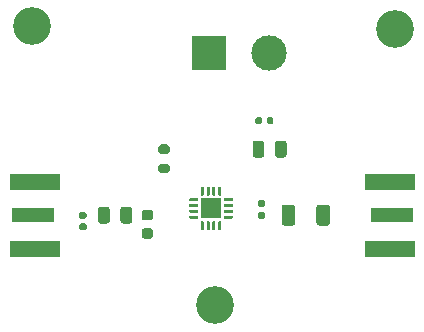
<source format=gts>
%TF.GenerationSoftware,KiCad,Pcbnew,(5.1.9)-1*%
%TF.CreationDate,2021-06-07T18:16:05+02:00*%
%TF.ProjectId,AmplificadorV1,416d706c-6966-4696-9361-646f7256312e,rev?*%
%TF.SameCoordinates,Original*%
%TF.FileFunction,Soldermask,Top*%
%TF.FilePolarity,Negative*%
%FSLAX46Y46*%
G04 Gerber Fmt 4.6, Leading zero omitted, Abs format (unit mm)*
G04 Created by KiCad (PCBNEW (5.1.9)-1) date 2021-06-07 18:16:05*
%MOMM*%
%LPD*%
G01*
G04 APERTURE LIST*
%ADD10R,3.600000X1.270000*%
%ADD11R,4.200000X1.350000*%
%ADD12C,3.200000*%
%ADD13R,1.750000X1.750000*%
%ADD14C,3.000000*%
%ADD15R,3.000000X3.000000*%
G04 APERTURE END LIST*
D10*
%TO.C,J3*%
X175006000Y-101600000D03*
D11*
X174806000Y-98775000D03*
X174806000Y-104425000D03*
%TD*%
D10*
%TO.C,J1*%
X144580000Y-101600000D03*
D11*
X144780000Y-104425000D03*
X144780000Y-98775000D03*
%TD*%
D12*
%TO.C, *%
X160020000Y-109220000D03*
%TD*%
%TO.C, *%
X144526000Y-85598000D03*
%TD*%
%TO.C, *%
X175260000Y-85852000D03*
%TD*%
D13*
%TO.C,U1*%
X159690000Y-101030500D03*
G36*
G01*
X158815000Y-99893000D02*
X158815000Y-99243000D01*
G75*
G02*
X158877500Y-99180500I62500J0D01*
G01*
X159002500Y-99180500D01*
G75*
G02*
X159065000Y-99243000I0J-62500D01*
G01*
X159065000Y-99893000D01*
G75*
G02*
X159002500Y-99955500I-62500J0D01*
G01*
X158877500Y-99955500D01*
G75*
G02*
X158815000Y-99893000I0J62500D01*
G01*
G37*
G36*
G01*
X159315000Y-99893000D02*
X159315000Y-99243000D01*
G75*
G02*
X159377500Y-99180500I62500J0D01*
G01*
X159502500Y-99180500D01*
G75*
G02*
X159565000Y-99243000I0J-62500D01*
G01*
X159565000Y-99893000D01*
G75*
G02*
X159502500Y-99955500I-62500J0D01*
G01*
X159377500Y-99955500D01*
G75*
G02*
X159315000Y-99893000I0J62500D01*
G01*
G37*
G36*
G01*
X159815000Y-99893000D02*
X159815000Y-99243000D01*
G75*
G02*
X159877500Y-99180500I62500J0D01*
G01*
X160002500Y-99180500D01*
G75*
G02*
X160065000Y-99243000I0J-62500D01*
G01*
X160065000Y-99893000D01*
G75*
G02*
X160002500Y-99955500I-62500J0D01*
G01*
X159877500Y-99955500D01*
G75*
G02*
X159815000Y-99893000I0J62500D01*
G01*
G37*
G36*
G01*
X160315000Y-99893000D02*
X160315000Y-99243000D01*
G75*
G02*
X160377500Y-99180500I62500J0D01*
G01*
X160502500Y-99180500D01*
G75*
G02*
X160565000Y-99243000I0J-62500D01*
G01*
X160565000Y-99893000D01*
G75*
G02*
X160502500Y-99955500I-62500J0D01*
G01*
X160377500Y-99955500D01*
G75*
G02*
X160315000Y-99893000I0J62500D01*
G01*
G37*
G36*
G01*
X160765000Y-100343000D02*
X160765000Y-100218000D01*
G75*
G02*
X160827500Y-100155500I62500J0D01*
G01*
X161477500Y-100155500D01*
G75*
G02*
X161540000Y-100218000I0J-62500D01*
G01*
X161540000Y-100343000D01*
G75*
G02*
X161477500Y-100405500I-62500J0D01*
G01*
X160827500Y-100405500D01*
G75*
G02*
X160765000Y-100343000I0J62500D01*
G01*
G37*
G36*
G01*
X160765000Y-100843000D02*
X160765000Y-100718000D01*
G75*
G02*
X160827500Y-100655500I62500J0D01*
G01*
X161477500Y-100655500D01*
G75*
G02*
X161540000Y-100718000I0J-62500D01*
G01*
X161540000Y-100843000D01*
G75*
G02*
X161477500Y-100905500I-62500J0D01*
G01*
X160827500Y-100905500D01*
G75*
G02*
X160765000Y-100843000I0J62500D01*
G01*
G37*
G36*
G01*
X160765000Y-101343000D02*
X160765000Y-101218000D01*
G75*
G02*
X160827500Y-101155500I62500J0D01*
G01*
X161477500Y-101155500D01*
G75*
G02*
X161540000Y-101218000I0J-62500D01*
G01*
X161540000Y-101343000D01*
G75*
G02*
X161477500Y-101405500I-62500J0D01*
G01*
X160827500Y-101405500D01*
G75*
G02*
X160765000Y-101343000I0J62500D01*
G01*
G37*
G36*
G01*
X160765000Y-101843000D02*
X160765000Y-101718000D01*
G75*
G02*
X160827500Y-101655500I62500J0D01*
G01*
X161477500Y-101655500D01*
G75*
G02*
X161540000Y-101718000I0J-62500D01*
G01*
X161540000Y-101843000D01*
G75*
G02*
X161477500Y-101905500I-62500J0D01*
G01*
X160827500Y-101905500D01*
G75*
G02*
X160765000Y-101843000I0J62500D01*
G01*
G37*
G36*
G01*
X160315000Y-102818000D02*
X160315000Y-102168000D01*
G75*
G02*
X160377500Y-102105500I62500J0D01*
G01*
X160502500Y-102105500D01*
G75*
G02*
X160565000Y-102168000I0J-62500D01*
G01*
X160565000Y-102818000D01*
G75*
G02*
X160502500Y-102880500I-62500J0D01*
G01*
X160377500Y-102880500D01*
G75*
G02*
X160315000Y-102818000I0J62500D01*
G01*
G37*
G36*
G01*
X159815000Y-102818000D02*
X159815000Y-102168000D01*
G75*
G02*
X159877500Y-102105500I62500J0D01*
G01*
X160002500Y-102105500D01*
G75*
G02*
X160065000Y-102168000I0J-62500D01*
G01*
X160065000Y-102818000D01*
G75*
G02*
X160002500Y-102880500I-62500J0D01*
G01*
X159877500Y-102880500D01*
G75*
G02*
X159815000Y-102818000I0J62500D01*
G01*
G37*
G36*
G01*
X159315000Y-102818000D02*
X159315000Y-102168000D01*
G75*
G02*
X159377500Y-102105500I62500J0D01*
G01*
X159502500Y-102105500D01*
G75*
G02*
X159565000Y-102168000I0J-62500D01*
G01*
X159565000Y-102818000D01*
G75*
G02*
X159502500Y-102880500I-62500J0D01*
G01*
X159377500Y-102880500D01*
G75*
G02*
X159315000Y-102818000I0J62500D01*
G01*
G37*
G36*
G01*
X158815000Y-102818000D02*
X158815000Y-102168000D01*
G75*
G02*
X158877500Y-102105500I62500J0D01*
G01*
X159002500Y-102105500D01*
G75*
G02*
X159065000Y-102168000I0J-62500D01*
G01*
X159065000Y-102818000D01*
G75*
G02*
X159002500Y-102880500I-62500J0D01*
G01*
X158877500Y-102880500D01*
G75*
G02*
X158815000Y-102818000I0J62500D01*
G01*
G37*
G36*
G01*
X157840000Y-101843000D02*
X157840000Y-101718000D01*
G75*
G02*
X157902500Y-101655500I62500J0D01*
G01*
X158552500Y-101655500D01*
G75*
G02*
X158615000Y-101718000I0J-62500D01*
G01*
X158615000Y-101843000D01*
G75*
G02*
X158552500Y-101905500I-62500J0D01*
G01*
X157902500Y-101905500D01*
G75*
G02*
X157840000Y-101843000I0J62500D01*
G01*
G37*
G36*
G01*
X157840000Y-101343000D02*
X157840000Y-101218000D01*
G75*
G02*
X157902500Y-101155500I62500J0D01*
G01*
X158552500Y-101155500D01*
G75*
G02*
X158615000Y-101218000I0J-62500D01*
G01*
X158615000Y-101343000D01*
G75*
G02*
X158552500Y-101405500I-62500J0D01*
G01*
X157902500Y-101405500D01*
G75*
G02*
X157840000Y-101343000I0J62500D01*
G01*
G37*
G36*
G01*
X157840000Y-100843000D02*
X157840000Y-100718000D01*
G75*
G02*
X157902500Y-100655500I62500J0D01*
G01*
X158552500Y-100655500D01*
G75*
G02*
X158615000Y-100718000I0J-62500D01*
G01*
X158615000Y-100843000D01*
G75*
G02*
X158552500Y-100905500I-62500J0D01*
G01*
X157902500Y-100905500D01*
G75*
G02*
X157840000Y-100843000I0J62500D01*
G01*
G37*
G36*
G01*
X157840000Y-100343000D02*
X157840000Y-100218000D01*
G75*
G02*
X157902500Y-100155500I62500J0D01*
G01*
X158552500Y-100155500D01*
G75*
G02*
X158615000Y-100218000I0J-62500D01*
G01*
X158615000Y-100343000D01*
G75*
G02*
X158552500Y-100405500I-62500J0D01*
G01*
X157902500Y-100405500D01*
G75*
G02*
X157840000Y-100343000I0J62500D01*
G01*
G37*
%TD*%
%TO.C,R1*%
G36*
G01*
X155977000Y-96412000D02*
X155427000Y-96412000D01*
G75*
G02*
X155227000Y-96212000I0J200000D01*
G01*
X155227000Y-95812000D01*
G75*
G02*
X155427000Y-95612000I200000J0D01*
G01*
X155977000Y-95612000D01*
G75*
G02*
X156177000Y-95812000I0J-200000D01*
G01*
X156177000Y-96212000D01*
G75*
G02*
X155977000Y-96412000I-200000J0D01*
G01*
G37*
G36*
G01*
X155977000Y-98062000D02*
X155427000Y-98062000D01*
G75*
G02*
X155227000Y-97862000I0J200000D01*
G01*
X155227000Y-97462000D01*
G75*
G02*
X155427000Y-97262000I200000J0D01*
G01*
X155977000Y-97262000D01*
G75*
G02*
X156177000Y-97462000I0J-200000D01*
G01*
X156177000Y-97862000D01*
G75*
G02*
X155977000Y-98062000I-200000J0D01*
G01*
G37*
%TD*%
D14*
%TO.C,J2*%
X164592000Y-87884000D03*
D15*
X159512000Y-87884000D03*
%TD*%
%TO.C,33nH1*%
G36*
G01*
X148671500Y-102298000D02*
X149016500Y-102298000D01*
G75*
G02*
X149164000Y-102445500I0J-147500D01*
G01*
X149164000Y-102740500D01*
G75*
G02*
X149016500Y-102888000I-147500J0D01*
G01*
X148671500Y-102888000D01*
G75*
G02*
X148524000Y-102740500I0J147500D01*
G01*
X148524000Y-102445500D01*
G75*
G02*
X148671500Y-102298000I147500J0D01*
G01*
G37*
G36*
G01*
X148671500Y-101328000D02*
X149016500Y-101328000D01*
G75*
G02*
X149164000Y-101475500I0J-147500D01*
G01*
X149164000Y-101770500D01*
G75*
G02*
X149016500Y-101918000I-147500J0D01*
G01*
X148671500Y-101918000D01*
G75*
G02*
X148524000Y-101770500I0J147500D01*
G01*
X148524000Y-101475500D01*
G75*
G02*
X148671500Y-101328000I147500J0D01*
G01*
G37*
%TD*%
%TO.C,2.0pF1*%
G36*
G01*
X151122000Y-101125000D02*
X151122000Y-102075000D01*
G75*
G02*
X150872000Y-102325000I-250000J0D01*
G01*
X150372000Y-102325000D01*
G75*
G02*
X150122000Y-102075000I0J250000D01*
G01*
X150122000Y-101125000D01*
G75*
G02*
X150372000Y-100875000I250000J0D01*
G01*
X150872000Y-100875000D01*
G75*
G02*
X151122000Y-101125000I0J-250000D01*
G01*
G37*
G36*
G01*
X153022000Y-101125000D02*
X153022000Y-102075000D01*
G75*
G02*
X152772000Y-102325000I-250000J0D01*
G01*
X152272000Y-102325000D01*
G75*
G02*
X152022000Y-102075000I0J250000D01*
G01*
X152022000Y-101125000D01*
G75*
G02*
X152272000Y-100875000I250000J0D01*
G01*
X152772000Y-100875000D01*
G75*
G02*
X153022000Y-101125000I0J-250000D01*
G01*
G37*
%TD*%
%TO.C,18pF1*%
G36*
G01*
X166818000Y-100949999D02*
X166818000Y-102250001D01*
G75*
G02*
X166568001Y-102500000I-249999J0D01*
G01*
X165917999Y-102500000D01*
G75*
G02*
X165668000Y-102250001I0J249999D01*
G01*
X165668000Y-100949999D01*
G75*
G02*
X165917999Y-100700000I249999J0D01*
G01*
X166568001Y-100700000D01*
G75*
G02*
X166818000Y-100949999I0J-249999D01*
G01*
G37*
G36*
G01*
X169768000Y-100949999D02*
X169768000Y-102250001D01*
G75*
G02*
X169518001Y-102500000I-249999J0D01*
G01*
X168867999Y-102500000D01*
G75*
G02*
X168618000Y-102250001I0J249999D01*
G01*
X168618000Y-100949999D01*
G75*
G02*
X168867999Y-100700000I249999J0D01*
G01*
X169518001Y-100700000D01*
G75*
G02*
X169768000Y-100949999I0J-249999D01*
G01*
G37*
%TD*%
%TO.C,15nH1*%
G36*
G01*
X164129500Y-100925000D02*
X163784500Y-100925000D01*
G75*
G02*
X163637000Y-100777500I0J147500D01*
G01*
X163637000Y-100482500D01*
G75*
G02*
X163784500Y-100335000I147500J0D01*
G01*
X164129500Y-100335000D01*
G75*
G02*
X164277000Y-100482500I0J-147500D01*
G01*
X164277000Y-100777500D01*
G75*
G02*
X164129500Y-100925000I-147500J0D01*
G01*
G37*
G36*
G01*
X164129500Y-101895000D02*
X163784500Y-101895000D01*
G75*
G02*
X163637000Y-101747500I0J147500D01*
G01*
X163637000Y-101452500D01*
G75*
G02*
X163784500Y-101305000I147500J0D01*
G01*
X164129500Y-101305000D01*
G75*
G02*
X164277000Y-101452500I0J-147500D01*
G01*
X164277000Y-101747500D01*
G75*
G02*
X164129500Y-101895000I-147500J0D01*
G01*
G37*
%TD*%
%TO.C,100pF1*%
G36*
G01*
X164203000Y-95537000D02*
X164203000Y-96487000D01*
G75*
G02*
X163953000Y-96737000I-250000J0D01*
G01*
X163453000Y-96737000D01*
G75*
G02*
X163203000Y-96487000I0J250000D01*
G01*
X163203000Y-95537000D01*
G75*
G02*
X163453000Y-95287000I250000J0D01*
G01*
X163953000Y-95287000D01*
G75*
G02*
X164203000Y-95537000I0J-250000D01*
G01*
G37*
G36*
G01*
X166103000Y-95537000D02*
X166103000Y-96487000D01*
G75*
G02*
X165853000Y-96737000I-250000J0D01*
G01*
X165353000Y-96737000D01*
G75*
G02*
X165103000Y-96487000I0J250000D01*
G01*
X165103000Y-95537000D01*
G75*
G02*
X165353000Y-95287000I250000J0D01*
G01*
X165853000Y-95287000D01*
G75*
G02*
X166103000Y-95537000I0J-250000D01*
G01*
G37*
%TD*%
%TO.C,1.8pF1*%
G36*
G01*
X154055000Y-102700000D02*
X154555000Y-102700000D01*
G75*
G02*
X154780000Y-102925000I0J-225000D01*
G01*
X154780000Y-103375000D01*
G75*
G02*
X154555000Y-103600000I-225000J0D01*
G01*
X154055000Y-103600000D01*
G75*
G02*
X153830000Y-103375000I0J225000D01*
G01*
X153830000Y-102925000D01*
G75*
G02*
X154055000Y-102700000I225000J0D01*
G01*
G37*
G36*
G01*
X154055000Y-101150000D02*
X154555000Y-101150000D01*
G75*
G02*
X154780000Y-101375000I0J-225000D01*
G01*
X154780000Y-101825000D01*
G75*
G02*
X154555000Y-102050000I-225000J0D01*
G01*
X154055000Y-102050000D01*
G75*
G02*
X153830000Y-101825000I0J225000D01*
G01*
X153830000Y-101375000D01*
G75*
G02*
X154055000Y-101150000I225000J0D01*
G01*
G37*
%TD*%
%TO.C,0.1uF1*%
G36*
G01*
X164011000Y-93429000D02*
X164011000Y-93769000D01*
G75*
G02*
X163871000Y-93909000I-140000J0D01*
G01*
X163591000Y-93909000D01*
G75*
G02*
X163451000Y-93769000I0J140000D01*
G01*
X163451000Y-93429000D01*
G75*
G02*
X163591000Y-93289000I140000J0D01*
G01*
X163871000Y-93289000D01*
G75*
G02*
X164011000Y-93429000I0J-140000D01*
G01*
G37*
G36*
G01*
X164971000Y-93429000D02*
X164971000Y-93769000D01*
G75*
G02*
X164831000Y-93909000I-140000J0D01*
G01*
X164551000Y-93909000D01*
G75*
G02*
X164411000Y-93769000I0J140000D01*
G01*
X164411000Y-93429000D01*
G75*
G02*
X164551000Y-93289000I140000J0D01*
G01*
X164831000Y-93289000D01*
G75*
G02*
X164971000Y-93429000I0J-140000D01*
G01*
G37*
%TD*%
M02*

</source>
